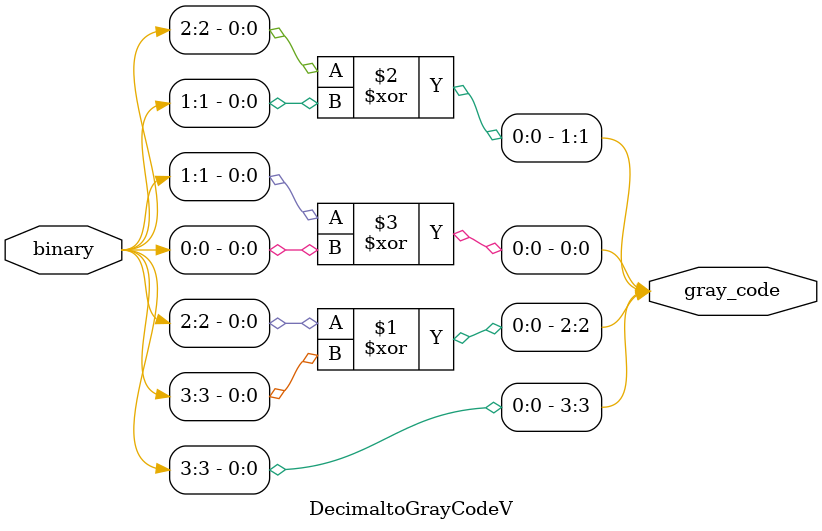
<source format=v>
`timescale 1ns / 1ps

module DecimaltoGrayCodeV(
	input [3:0] binary,
	output [3:0] gray_code
    );
	
	assign gray_code[3] = binary[3];
	assign gray_code[2] = binary[2] ^ binary[3];
	assign gray_code[1] = binary[2] ^ binary[1];
	assign gray_code[0] = binary[1] ^ binary[0];
	
endmodule

</source>
